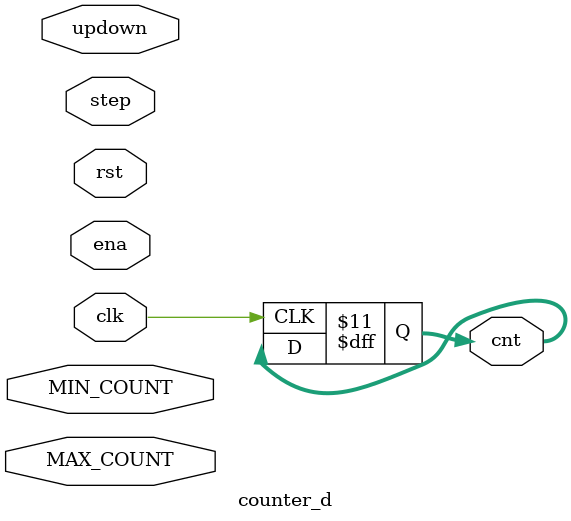
<source format=v>


`timescale 1ns/10ps

module counter_d (
    cnt,
    clk,
    ena,
    rst,
    updown,
    step,
    MIN_COUNT,
    MAX_COUNT
);


output signed [35:0] cnt;
reg signed [35:0] cnt;
input clk;
input ena;
input rst;
input updown;
input [8:0] step;
input signed [35:0] MIN_COUNT;
input signed [35:0] MAX_COUNT;






always @(posedge clk) begin: COUNTER_D_COUNTER_LOGIC
    if ((rst == 1)) begin
        cnt <= 0;
    end
    else if ((ena == 1)) begin
        if ((updown == 1)) begin
            if ((cnt == (MIN_COUNT - 1))) begin
                cnt <= 0;
            end
            else begin
                cnt <= (cnt + $signed({1'b0, step}));
            end
        end
        else begin
            if ((cnt == (MIN_COUNT + 1))) begin
                cnt <= MAX_COUNT;
            end
            else begin
                cnt <= (cnt - $signed({1'b0, step}));
            end
        end
    end
    cnt <= cnt;
end

endmodule

</source>
